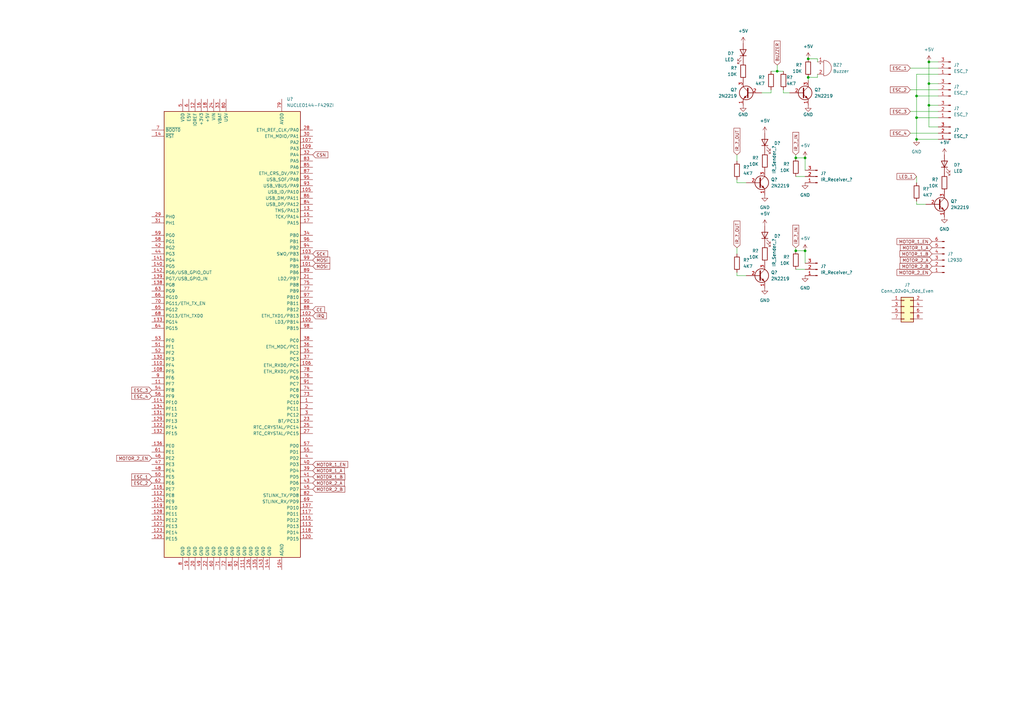
<source format=kicad_sch>
(kicad_sch (version 20211123) (generator eeschema)
  (paper "A3")
  (lib_symbols
    (symbol "Connector:Conn_01x03_Male" (pin_names (offset 1.016) hide)
      (property "Reference" "J" (at 0 5.08 0))
      (property "Value" "Conn_01x03_Male" (at 0 -5.08 0))
      (symbol "Conn_01x03_Male_1_1"
        (polyline (pts (xy 1.27 -2.54) (xy 0.8636 -2.54)) (stroke (width 0.1524)))
        (polyline (pts (xy 1.27 0) (xy 0.8636 0)) (stroke (width 0.1524)))
        (polyline (pts (xy 1.27 2.54) (xy 0.8636 2.54)) (stroke (width 0.1524)))
        (rectangle (start 0.8636 -2.413) (end 0 -2.667) (stroke (width 0.1524)) (fill (type outline)))
        (rectangle (start 0.8636 0.127) (end 0 -0.127) (stroke (width 0.1524)) (fill (type outline)))
        (rectangle (start 0.8636 2.667) (end 0 2.413) (stroke (width 0.1524)) (fill (type outline)))
        (pin passive line (at 5.08 2.54 180) (length 3.81) (name "Pin_1") (number "1"))
        (pin passive line (at 5.08 0 180) (length 3.81) (name "Pin_2") (number "2"))
        (pin passive line (at 5.08 -2.54 180) (length 3.81) (name "Pin_3") (number "3"))
      )
    )
    (symbol "Connector:Conn_01x06_Male" (pin_names (offset 1.016) hide)
      (property "Reference" "J" (at 0 7.62 0))
      (property "Value" "Conn_01x06_Male" (at 0 -10.16 0))
      (symbol "Conn_01x06_Male_1_1"
        (polyline (pts (xy 1.27 -7.62) (xy 0.8636 -7.62)) (stroke (width 0.1524)))
        (polyline (pts (xy 1.27 -5.08) (xy 0.8636 -5.08)) (stroke (width 0.1524)))
        (polyline (pts (xy 1.27 -2.54) (xy 0.8636 -2.54)) (stroke (width 0.1524)))
        (polyline (pts (xy 1.27 0) (xy 0.8636 0)) (stroke (width 0.1524)))
        (polyline (pts (xy 1.27 2.54) (xy 0.8636 2.54)) (stroke (width 0.1524)))
        (polyline (pts (xy 1.27 5.08) (xy 0.8636 5.08)) (stroke (width 0.1524)))
        (rectangle (start 0.8636 -7.493) (end 0 -7.747) (stroke (width 0.1524)) (fill (type outline)))
        (rectangle (start 0.8636 -4.953) (end 0 -5.207) (stroke (width 0.1524)) (fill (type outline)))
        (rectangle (start 0.8636 -2.413) (end 0 -2.667) (stroke (width 0.1524)) (fill (type outline)))
        (rectangle (start 0.8636 0.127) (end 0 -0.127) (stroke (width 0.1524)) (fill (type outline)))
        (rectangle (start 0.8636 2.667) (end 0 2.413) (stroke (width 0.1524)) (fill (type outline)))
        (rectangle (start 0.8636 5.207) (end 0 4.953) (stroke (width 0.1524)) (fill (type outline)))
        (pin passive line (at 5.08 5.08 180) (length 3.81) (name "Pin_1") (number "1"))
        (pin passive line (at 5.08 2.54 180) (length 3.81) (name "Pin_2") (number "2"))
        (pin passive line (at 5.08 0 180) (length 3.81) (name "Pin_3") (number "3"))
        (pin passive line (at 5.08 -2.54 180) (length 3.81) (name "Pin_4") (number "4"))
        (pin passive line (at 5.08 -5.08 180) (length 3.81) (name "Pin_5") (number "5"))
        (pin passive line (at 5.08 -7.62 180) (length 3.81) (name "Pin_6") (number "6"))
      )
    )
    (symbol "Connector_Generic:Conn_02x04_Odd_Even" (pin_names (offset 1.016) hide)
      (property "Reference" "J" (at 1.27 5.08 0))
      (property "Value" "Conn_02x04_Odd_Even" (at 1.27 -7.62 0))
      (symbol "Conn_02x04_Odd_Even_1_1"
        (rectangle (start -1.27 -4.953) (end 0 -5.207) (stroke (width 0.1524)))
        (rectangle (start -1.27 -2.413) (end 0 -2.667) (stroke (width 0.1524)))
        (rectangle (start -1.27 0.127) (end 0 -0.127) (stroke (width 0.1524)))
        (rectangle (start -1.27 2.667) (end 0 2.413) (stroke (width 0.1524)))
        (rectangle (start -1.27 3.81) (end 3.81 -6.35) (stroke (width 0.254)) (fill (type background)))
        (rectangle (start 3.81 -4.953) (end 2.54 -5.207) (stroke (width 0.1524)))
        (rectangle (start 3.81 -2.413) (end 2.54 -2.667) (stroke (width 0.1524)))
        (rectangle (start 3.81 0.127) (end 2.54 -0.127) (stroke (width 0.1524)))
        (rectangle (start 3.81 2.667) (end 2.54 2.413) (stroke (width 0.1524)))
        (pin passive line (at -5.08 2.54 0) (length 3.81) (name "Pin_1") (number "1"))
        (pin passive line (at 7.62 2.54 180) (length 3.81) (name "Pin_2") (number "2"))
        (pin passive line (at -5.08 0 0) (length 3.81) (name "Pin_3") (number "3"))
        (pin passive line (at 7.62 0 180) (length 3.81) (name "Pin_4") (number "4"))
        (pin passive line (at -5.08 -2.54 0) (length 3.81) (name "Pin_5") (number "5"))
        (pin passive line (at 7.62 -2.54 180) (length 3.81) (name "Pin_6") (number "6"))
        (pin passive line (at -5.08 -5.08 0) (length 3.81) (name "Pin_7") (number "7"))
        (pin passive line (at 7.62 -5.08 180) (length 3.81) (name "Pin_8") (number "8"))
      )
    )
    (symbol "Device:Buzzer" (pin_names (offset 0.0254) hide)
      (property "Reference" "BZ" (at 3.81 1.27 0))
      (property "Value" "Buzzer" (at 3.81 -1.27 0))
      (symbol "Buzzer_0_1"
        (arc (start 0 -3.175) (mid 3.175 0) (end 0 3.175))
        (polyline (pts (xy -1.651 1.905) (xy -1.143 1.905)))
        (polyline (pts (xy -1.397 2.159) (xy -1.397 1.651)))
        (polyline (pts (xy 0 3.175) (xy 0 -3.175)))
      )
      (symbol "Buzzer_1_1"
        (pin passive line (at -2.54 2.54 0) (length 2.54) (name "-") (number "1"))
        (pin passive line (at -2.54 -2.54 0) (length 2.54) (name "+") (number "2"))
      )
    )
    (symbol "Device:LED" (pin_numbers hide) (pin_names (offset 1.016) hide)
      (property "Reference" "D" (at 0 2.54 0))
      (property "Value" "LED" (at 0 -2.54 0))
      (symbol "LED_0_1"
        (polyline (pts (xy -1.27 -1.27) (xy -1.27 1.27)) (stroke (width 0.254)))
        (polyline (pts (xy -1.27 0) (xy 1.27 0)))
        (polyline (pts (xy 1.27 -1.27) (xy 1.27 1.27) (xy -1.27 0) (xy 1.27 -1.27)) (stroke (width 0.254)))
        (polyline (pts (xy -3.048 -0.762) (xy -4.572 -2.286) (xy -3.81 -2.286) (xy -4.572 -2.286) (xy -4.572 -1.524)))
        (polyline (pts (xy -1.778 -0.762) (xy -3.302 -2.286) (xy -2.54 -2.286) (xy -3.302 -2.286) (xy -3.302 -1.524)))
      )
      (symbol "LED_1_1"
        (pin passive line (at -3.81 0 0) (length 2.54) (name "K") (number "1"))
        (pin passive line (at 3.81 0 180) (length 2.54) (name "A") (number "2"))
      )
    )
    (symbol "Device:R" (pin_numbers hide) (pin_names (offset 0))
      (property "Reference" "R" (at 2.032 0 90))
      (property "Value" "R" (at 0 0 90))
      (symbol "R_0_1"
        (rectangle (start -1.016 -2.54) (end 1.016 2.54) (stroke (width 0.254)))
      )
      (symbol "R_1_1"
        (pin passive line (at 0 3.81 270) (length 1.27) (name "~") (number "1"))
        (pin passive line (at 0 -3.81 90) (length 1.27) (name "~") (number "2"))
      )
    )
    (symbol "MCU_Module:NUCLEO144-F429ZI"
      (property "Reference" "U" (at -22.86 94.615 0))
      (property "Value" "NUCLEO144-F429ZI" (at -22.86 92.71 0))
      (symbol "NUCLEO144-F429ZI_0_1"
        (rectangle (start -27.94 -91.44) (end 27.94 91.44) (stroke (width 0.254)) (fill (type background)))
      )
      (symbol "NUCLEO144-F429ZI_1_1"
        (pin bidirectional line (at 33.02 -27.94 180) (length 5.08) (name "PC10") (number "1"))
        (pin no_connect line (at -33.02 55.88 0) (length 5.08) hide (name "NC") (number "10"))
        (pin bidirectional line (at 33.02 5.08 180) (length 5.08) (name "LD3/PB14") (number "100"))
        (pin bidirectional line (at 33.02 27.94 180) (length 5.08) (name "PB5") (number "101"))
        (pin bidirectional line (at 33.02 7.62 180) (length 5.08) (name "ETH_TXD1/PB13") (number "102"))
        (pin bidirectional line (at 33.02 33.02 180) (length 5.08) (name "SWO/PB3") (number "103"))
        (pin power_in line (at 20.32 -96.52 90) (length 5.08) (name "AGND") (number "104"))
        (pin bidirectional line (at 33.02 58.42 180) (length 5.08) (name "USB_ID/PA10") (number "105"))
        (pin bidirectional line (at 33.02 -12.7 180) (length 5.08) (name "ETH_RXD0/PC4") (number "106"))
        (pin bidirectional line (at 33.02 78.74 180) (length 5.08) (name "PA2") (number "107"))
        (pin bidirectional line (at -33.02 -15.24 0) (length 5.08) (name "PF5") (number "108"))
        (pin bidirectional line (at 33.02 76.2 180) (length 5.08) (name "PA3") (number "109"))
        (pin bidirectional line (at -33.02 -20.32 0) (length 5.08) (name "PF7") (number "11"))
        (pin bidirectional line (at -33.02 -12.7 0) (length 5.08) (name "PF4") (number "110"))
        (pin power_in line (at 5.08 -96.52 90) (length 5.08) (name "GND") (number "111"))
        (pin bidirectional line (at -33.02 -66.04 0) (length 5.08) (name "PE8") (number "112"))
        (pin bidirectional line (at 33.02 -78.74 180) (length 5.08) (name "PD13") (number "113"))
        (pin bidirectional line (at -33.02 -27.94 0) (length 5.08) (name "PF10") (number "114"))
        (pin bidirectional line (at 33.02 -76.2 180) (length 5.08) (name "PD12") (number "115"))
        (pin bidirectional line (at -33.02 -63.5 0) (length 5.08) (name "PE7") (number "116"))
        (pin bidirectional line (at 33.02 -73.66 180) (length 5.08) (name "PD11") (number "117"))
        (pin bidirectional line (at 33.02 -81.28 180) (length 5.08) (name "PD14") (number "118"))
        (pin bidirectional line (at -33.02 -71.12 0) (length 5.08) (name "PE10") (number "119"))
        (pin power_in line (at -15.24 96.52 270) (length 5.08) (name "IOREF") (number "12"))
        (pin bidirectional line (at 33.02 -83.82 180) (length 5.08) (name "PD15") (number "120"))
        (pin bidirectional line (at -33.02 -76.2 0) (length 5.08) (name "PE12") (number "121"))
        (pin bidirectional line (at -33.02 -38.1 0) (length 5.08) (name "PF14") (number "122"))
        (pin bidirectional line (at -33.02 -81.28 0) (length 5.08) (name "PE14") (number "123"))
        (pin bidirectional line (at -33.02 -68.58 0) (length 5.08) (name "PE9") (number "124"))
        (pin bidirectional line (at -33.02 -83.82 0) (length 5.08) (name "PE15") (number "125"))
        (pin power_in line (at 7.62 -96.52 90) (length 5.08) (name "GND") (number "126"))
        (pin bidirectional line (at -33.02 -78.74 0) (length 5.08) (name "PE13") (number "127"))
        (pin bidirectional line (at -33.02 -73.66 0) (length 5.08) (name "PE11") (number "128"))
        (pin bidirectional line (at -33.02 -35.56 0) (length 5.08) (name "PF13") (number "129"))
        (pin bidirectional line (at 33.02 50.8 180) (length 5.08) (name "TMS/PA13") (number "13"))
        (pin bidirectional line (at -33.02 -10.16 0) (length 5.08) (name "PF3") (number "130"))
        (pin bidirectional line (at -33.02 -33.02 0) (length 5.08) (name "PF12") (number "131"))
        (pin bidirectional line (at -33.02 -40.64 0) (length 5.08) (name "PF15") (number "132"))
        (pin bidirectional line (at -33.02 5.08 0) (length 5.08) (name "PG14") (number "133"))
        (pin bidirectional line (at -33.02 -30.48 0) (length 5.08) (name "PF11") (number "134"))
        (pin power_in line (at 10.16 -96.52 90) (length 5.08) (name "GND") (number "135"))
        (pin bidirectional line (at -33.02 -45.72 0) (length 5.08) (name "PE0") (number "136"))
        (pin bidirectional line (at 33.02 -71.12 180) (length 5.08) (name "PD10") (number "137"))
        (pin bidirectional line (at -33.02 20.32 0) (length 5.08) (name "PG8") (number "138"))
        (pin bidirectional line (at -33.02 22.86 0) (length 5.08) (name "PG7/USB_GPIO_IN") (number "139"))
        (pin input line (at -33.02 81.28 0) (length 5.08) (name "~{RST}") (number "14"))
        (pin bidirectional line (at -33.02 27.94 0) (length 5.08) (name "PG5") (number "140"))
        (pin bidirectional line (at -33.02 30.48 0) (length 5.08) (name "PG4") (number "141"))
        (pin bidirectional line (at -33.02 25.4 0) (length 5.08) (name "PG6/USB_GPIO_OUT") (number "142"))
        (pin power_in line (at 12.7 -96.52 90) (length 5.08) (name "GND") (number "143"))
        (pin power_in line (at 15.24 -96.52 90) (length 5.08) (name "GND") (number "144"))
        (pin bidirectional line (at 33.02 48.26 180) (length 5.08) (name "TCK/PA14") (number "15"))
        (pin power_in line (at -12.7 96.52 270) (length 5.08) (name "+3V3") (number "16"))
        (pin bidirectional line (at 33.02 45.72 180) (length 5.08) (name "PA15") (number "17"))
        (pin power_in line (at -10.16 96.52 270) (length 5.08) (name "+5V") (number "18"))
        (pin power_in line (at -17.78 -96.52 90) (length 5.08) (name "GND") (number "19"))
        (pin bidirectional line (at 33.02 -30.48 180) (length 5.08) (name "PC11") (number "2"))
        (pin power_in line (at -15.24 -96.52 90) (length 5.08) (name "GND") (number "20"))
        (pin bidirectional line (at 33.02 22.86 180) (length 5.08) (name "LD2/PB7") (number "21"))
        (pin power_in line (at -10.16 -96.52 90) (length 5.08) (name "GND") (number "22"))
        (pin bidirectional line (at 33.02 -35.56 180) (length 5.08) (name "BT/PC13") (number "23"))
        (pin power_in line (at -7.62 96.52 270) (length 5.08) (name "VIN") (number "24"))
        (pin bidirectional line (at 33.02 -38.1 180) (length 5.08) (name "RTC_CRYSTAL/PC14") (number "25"))
        (pin no_connect line (at -33.02 58.42 0) (length 5.08) hide (name "NC") (number "26"))
        (pin bidirectional line (at 33.02 -40.64 180) (length 5.08) (name "RTC_CRYSTAL/PC15") (number "27"))
        (pin bidirectional line (at 33.02 83.82 180) (length 5.08) (name "ETH_REF_CLK/PA0") (number "28"))
        (pin bidirectional line (at -33.02 48.26 0) (length 5.08) (name "PH0") (number "29"))
        (pin bidirectional line (at 33.02 -33.02 180) (length 5.08) (name "PC12") (number "3"))
        (pin bidirectional line (at 33.02 81.28 180) (length 5.08) (name "ETH_MDIO/PA1") (number "30"))
        (pin bidirectional line (at -33.02 45.72 0) (length 5.08) (name "PH1") (number "31"))
        (pin bidirectional line (at 33.02 73.66 180) (length 5.08) (name "PA4") (number "32"))
        (pin power_in line (at -5.08 96.52 270) (length 5.08) (name "VBAT") (number "33"))
        (pin bidirectional line (at 33.02 40.64 180) (length 5.08) (name "PB0") (number "34"))
        (pin bidirectional line (at 33.02 -7.62 180) (length 5.08) (name "PC2") (number "35"))
        (pin bidirectional line (at 33.02 -5.08 180) (length 5.08) (name "ETH_MDC/PC1") (number "36"))
        (pin bidirectional line (at 33.02 -10.16 180) (length 5.08) (name "PC3") (number "37"))
        (pin bidirectional line (at 33.02 -2.54 180) (length 5.08) (name "PC0") (number "38"))
        (pin bidirectional line (at 33.02 -55.88 180) (length 5.08) (name "PD4") (number "39"))
        (pin bidirectional line (at 33.02 -50.8 180) (length 5.08) (name "PD2") (number "4"))
        (pin bidirectional line (at 33.02 -53.34 180) (length 5.08) (name "PD3") (number "40"))
        (pin bidirectional line (at 33.02 -58.42 180) (length 5.08) (name "PD5") (number "41"))
        (pin bidirectional line (at -33.02 35.56 0) (length 5.08) (name "PG2") (number "42"))
        (pin bidirectional line (at 33.02 -60.96 180) (length 5.08) (name "PD6") (number "43"))
        (pin bidirectional line (at -33.02 33.02 0) (length 5.08) (name "PG3") (number "44"))
        (pin bidirectional line (at 33.02 -63.5 180) (length 5.08) (name "PD7") (number "45"))
        (pin bidirectional line (at -33.02 -50.8 0) (length 5.08) (name "PE2") (number "46"))
        (pin bidirectional line (at -33.02 -53.34 0) (length 5.08) (name "PE3") (number "47"))
        (pin bidirectional line (at -33.02 -55.88 0) (length 5.08) (name "PE4") (number "48"))
        (pin power_in line (at -12.7 -96.52 90) (length 5.08) (name "GND") (number "49"))
        (pin power_in line (at -20.32 96.52 270) (length 5.08) (name "VDD") (number "5"))
        (pin bidirectional line (at -33.02 -58.42 0) (length 5.08) (name "PE5") (number "50"))
        (pin bidirectional line (at -33.02 -5.08 0) (length 5.08) (name "PF1") (number "51"))
        (pin bidirectional line (at -33.02 -7.62 0) (length 5.08) (name "PF2") (number "52"))
        (pin bidirectional line (at -33.02 -2.54 0) (length 5.08) (name "PF0") (number "53"))
        (pin bidirectional line (at -33.02 -22.86 0) (length 5.08) (name "PF8") (number "54"))
        (pin bidirectional line (at 33.02 -48.26 180) (length 5.08) (name "PD1") (number "55"))
        (pin bidirectional line (at -33.02 -25.4 0) (length 5.08) (name "PF9") (number "56"))
        (pin bidirectional line (at 33.02 -45.72 180) (length 5.08) (name "PD0") (number "57"))
        (pin bidirectional line (at -33.02 38.1 0) (length 5.08) (name "PG1") (number "58"))
        (pin bidirectional line (at -33.02 40.64 0) (length 5.08) (name "PG0") (number "59"))
        (pin power_in line (at -17.78 96.52 270) (length 5.08) (name "E5V") (number "6"))
        (pin power_in line (at -7.62 -96.52 90) (length 5.08) (name "GND") (number "60"))
        (pin bidirectional line (at -33.02 -48.26 0) (length 5.08) (name "PE1") (number "61"))
        (pin bidirectional line (at -33.02 -60.96 0) (length 5.08) (name "PE6") (number "62"))
        (pin bidirectional line (at -33.02 17.78 0) (length 5.08) (name "PG9") (number "63"))
        (pin bidirectional line (at -33.02 2.54 0) (length 5.08) (name "PG15") (number "64"))
        (pin bidirectional line (at -33.02 10.16 0) (length 5.08) (name "PG12") (number "65"))
        (pin bidirectional line (at -33.02 15.24 0) (length 5.08) (name "PG10") (number "66"))
        (pin no_connect line (at -33.02 53.34 0) (length 5.08) hide (name "NC") (number "67"))
        (pin bidirectional line (at -33.02 7.62 0) (length 5.08) (name "PG13/ETH_TXD0") (number "68"))
        (pin bidirectional line (at 33.02 -68.58 180) (length 5.08) (name "STLINK_RX/PD9") (number "69"))
        (pin input line (at -33.02 83.82 0) (length 5.08) (name "~{BOOT0}") (number "7"))
        (pin bidirectional line (at -33.02 12.7 0) (length 5.08) (name "PG11/ETH_TX_EN") (number "70"))
        (pin power_in line (at -5.08 -96.52 90) (length 5.08) (name "GND") (number "71"))
        (pin power_in line (at -2.54 -96.52 90) (length 5.08) (name "GND") (number "72"))
        (pin bidirectional line (at 33.02 -25.4 180) (length 5.08) (name "PC9") (number "73"))
        (pin bidirectional line (at 33.02 -22.86 180) (length 5.08) (name "PC8") (number "74"))
        (pin bidirectional line (at 33.02 20.32 180) (length 5.08) (name "PB8") (number "75"))
        (pin bidirectional line (at 33.02 -17.78 180) (length 5.08) (name "PC6") (number "76"))
        (pin bidirectional line (at 33.02 17.78 180) (length 5.08) (name "PB9") (number "77"))
        (pin bidirectional line (at 33.02 -15.24 180) (length 5.08) (name "ETH_RXD1/PC5") (number "78"))
        (pin power_in line (at 20.32 96.52 270) (length 5.08) (name "AVDD") (number "79"))
        (pin power_in line (at -20.32 -96.52 90) (length 5.08) (name "GND") (number "8"))
        (pin power_in line (at -2.54 96.52 270) (length 5.08) (name "U5V") (number "80"))
        (pin power_in line (at 0 -96.52 90) (length 5.08) (name "GND") (number "81"))
        (pin bidirectional line (at 33.02 -66.04 180) (length 5.08) (name "STLINK_TX/PD8") (number "82"))
        (pin bidirectional line (at 33.02 71.12 180) (length 5.08) (name "PA5") (number "83"))
        (pin bidirectional line (at 33.02 53.34 180) (length 5.08) (name "USB_DP/PA12") (number "84"))
        (pin bidirectional line (at 33.02 68.58 180) (length 5.08) (name "PA6") (number "85"))
        (pin bidirectional line (at 33.02 55.88 180) (length 5.08) (name "USB_DM/PA11") (number "86"))
        (pin bidirectional line (at 33.02 66.04 180) (length 5.08) (name "ETH_CRS_DV/PA7") (number "87"))
        (pin bidirectional line (at 33.02 10.16 180) (length 5.08) (name "PB12") (number "88"))
        (pin bidirectional line (at 33.02 25.4 180) (length 5.08) (name "PB6") (number "89"))
        (pin bidirectional line (at -33.02 -17.78 0) (length 5.08) (name "PF6") (number "9"))
        (pin bidirectional line (at 33.02 12.7 180) (length 5.08) (name "PB11") (number "90"))
        (pin bidirectional line (at 33.02 -20.32 180) (length 5.08) (name "PC7") (number "91"))
        (pin power_in line (at 2.54 -96.52 90) (length 5.08) (name "GND") (number "92"))
        (pin bidirectional line (at 33.02 60.96 180) (length 5.08) (name "USB_VBUS/PA9") (number "93"))
        (pin bidirectional line (at 33.02 35.56 180) (length 5.08) (name "PB2") (number "94"))
        (pin bidirectional line (at 33.02 63.5 180) (length 5.08) (name "USB_SOF/PA8") (number "95"))
        (pin bidirectional line (at 33.02 38.1 180) (length 5.08) (name "PB1") (number "96"))
        (pin bidirectional line (at 33.02 15.24 180) (length 5.08) (name "PB10") (number "97"))
        (pin bidirectional line (at 33.02 2.54 180) (length 5.08) (name "PB15") (number "98"))
        (pin bidirectional line (at 33.02 30.48 180) (length 5.08) (name "PB4") (number "99"))
      )
    )
    (symbol "Transistor_BJT:2N2219" (pin_names (offset 0) hide)
      (property "Reference" "Q" (at 5.08 1.905 0))
      (property "Value" "2N2219" (at 5.08 0 0))
      (symbol "2N2219_0_1"
        (polyline (pts (xy 0.635 0.635) (xy 2.54 2.54)))
        (polyline (pts (xy 0.635 -0.635) (xy 2.54 -2.54) (xy 2.54 -2.54)))
        (polyline (pts (xy 0.635 1.905) (xy 0.635 -1.905) (xy 0.635 -1.905)) (stroke (width 0.508)))
        (polyline (pts (xy 1.27 -1.778) (xy 1.778 -1.27) (xy 2.286 -2.286) (xy 1.27 -1.778) (xy 1.27 -1.778)) (fill (type outline)))
        (circle (center 1.27 0) (radius 2.8194) (stroke (width 0.254)))
      )
      (symbol "2N2219_1_1"
        (pin passive line (at 2.54 -5.08 90) (length 2.54) (name "E") (number "1"))
        (pin passive line (at -5.08 0 0) (length 5.715) (name "B") (number "2"))
        (pin passive line (at 2.54 5.08 270) (length 2.54) (name "C") (number "3"))
      )
    )
    (symbol "power:+5V" (power) (pin_names (offset 0))
      (property "Value" "+5V" (at 0 3.556 0))
      (symbol "+5V_0_1"
        (polyline (pts (xy -0.762 1.27) (xy 0 2.54)))
        (polyline (pts (xy 0 0) (xy 0 2.54)))
        (polyline (pts (xy 0 2.54) (xy 0.762 1.27)))
      )
      (symbol "+5V_1_1"
        (pin power_in line (at 0 0 90) (length 0) hide (name "+5V") (number "1"))
      )
    )
    (symbol "power:GND" (power) (pin_names (offset 0))
      (property "Value" "GND" (at 0 -3.81 0))
      (symbol "GND_0_1"
        (polyline (pts (xy 0 0) (xy 0 -1.27) (xy 1.27 -1.27) (xy 0 -2.54) (xy -1.27 -1.27) (xy 0 -1.27)))
      )
      (symbol "GND_1_1"
        (pin power_in line (at 0 0 270) (length 0) hide (name "GND") (number "1"))
      )
    )
  )
  (junction (at 326.39 64.77))
  (junction (at 375.92 48.26))
  (junction (at 330.2 102.87))
  (junction (at 326.39 102.87))
  (junction (at 318.77 29.21))
  (junction (at 375.92 39.37))
  (junction (at 381 43.18))
  (junction (at 331.47 31.75))
  (junction (at 331.47 24.13))
  (junction (at 381 34.29))
  (junction (at 375.92 57.15))
  (junction (at 381 25.4))
  (junction (at 330.2 64.77))
  (wire (pts (xy 318.77 26.67) (xy 318.77 29.21)))
  (wire (pts (xy 375.92 83.82) (xy 379.73 83.82)))
  (wire (pts (xy 316.23 38.1) (xy 312.42 38.1)))
  (wire (pts (xy 316.23 29.21) (xy 318.77 29.21)))
  (wire (pts (xy 330.2 64.77) (xy 330.2 69.85)))
  (wire (pts (xy 384.81 39.37) (xy 375.92 39.37)))
  (wire (pts (xy 302.26 101.6) (xy 302.26 104.14)))
  (wire (pts (xy 384.81 34.29) (xy 381 34.29)))
  (wire (pts (xy 375.92 48.26) (xy 375.92 57.15)))
  (wire (pts (xy 381 25.4) (xy 384.81 25.4)))
  (wire (pts (xy 302.26 63.5) (xy 302.26 66.04)))
  (wire (pts (xy 375.92 39.37) (xy 375.92 48.26)))
  (wire (pts (xy 326.39 102.87) (xy 330.2 102.87)))
  (wire (pts (xy 375.92 30.48) (xy 375.92 39.37)))
  (wire (pts (xy 381 43.18) (xy 381 34.29)))
  (wire (pts (xy 381 34.29) (xy 381 25.4)))
  (wire (pts (xy 375.92 82.55) (xy 375.92 83.82)))
  (wire (pts (xy 302.26 73.66) (xy 302.26 74.93)))
  (wire (pts (xy 375.92 72.39) (xy 375.92 74.93)))
  (wire (pts (xy 321.31 36.83) (xy 321.31 38.1)))
  (wire (pts (xy 373.38 27.94) (xy 384.81 27.94)))
  (wire (pts (xy 302.26 111.76) (xy 302.26 113.03)))
  (wire (pts (xy 335.28 25.4) (xy 335.28 24.13)))
  (wire (pts (xy 326.39 101.6) (xy 326.39 102.87)))
  (wire (pts (xy 326.39 72.39) (xy 330.2 72.39)))
  (wire (pts (xy 373.38 36.83) (xy 384.81 36.83)))
  (wire (pts (xy 331.47 31.75) (xy 331.47 33.02)))
  (wire (pts (xy 384.81 30.48) (xy 375.92 30.48)))
  (wire (pts (xy 316.23 36.83) (xy 316.23 38.1)))
  (wire (pts (xy 375.92 57.15) (xy 384.81 57.15)))
  (wire (pts (xy 326.39 110.49) (xy 330.2 110.49)))
  (wire (pts (xy 302.26 113.03) (xy 306.07 113.03)))
  (wire (pts (xy 302.26 74.93) (xy 306.07 74.93)))
  (wire (pts (xy 331.47 31.75) (xy 335.28 31.75)))
  (wire (pts (xy 321.31 38.1) (xy 323.85 38.1)))
  (wire (pts (xy 326.39 64.77) (xy 330.2 64.77)))
  (wire (pts (xy 318.77 29.21) (xy 321.31 29.21)))
  (wire (pts (xy 384.81 43.18) (xy 381 43.18)))
  (wire (pts (xy 384.81 48.26) (xy 375.92 48.26)))
  (wire (pts (xy 330.2 102.87) (xy 330.2 107.95)))
  (wire (pts (xy 373.38 54.61) (xy 384.81 54.61)))
  (wire (pts (xy 331.47 24.13) (xy 335.28 24.13)))
  (wire (pts (xy 381 52.07) (xy 381 43.18)))
  (wire (pts (xy 384.81 52.07) (xy 381 52.07)))
  (wire (pts (xy 326.39 63.5) (xy 326.39 64.77)))
  (wire (pts (xy 335.28 30.48) (xy 335.28 31.75)))
  (wire (pts (xy 373.38 45.72) (xy 384.81 45.72)))
  (global_label "MOTOR_2_B" (shape input) (at 382.27 109.22 180) (property "Intersheet References" "${INTERSHEET_REFS}" (effects hide)))
  (global_label "ESC_4" (shape input) (at 62.23 162.56 180) (property "Intersheet References" "${INTERSHEET_REFS}" (effects hide)))
  (global_label "MOTOR_1_EN" (shape input) (at 128.27 190.5 0) (property "Intersheet References" "${INTERSHEET_REFS}" (effects hide)))
  (global_label "MOTOR_2_A" (shape input) (at 382.27 106.68 180) (property "Intersheet References" "${INTERSHEET_REFS}" (effects hide)))
  (global_label "MOSI" (shape input) (at 128.27 106.68 0) (property "Intersheet References" "${INTERSHEET_REFS}" (effects hide)))
  (global_label "MOTOR_1_B" (shape input) (at 128.27 195.58 0) (property "Intersheet References" "${INTERSHEET_REFS}" (effects hide)))
  (global_label "CE" (shape input) (at 128.27 127 0) (property "Intersheet References" "${INTERSHEET_REFS}" (effects hide)))
  (global_label "MOTOR_1_A" (shape input) (at 382.27 101.6 180) (property "Intersheet References" "${INTERSHEET_REFS}" (effects hide)))
  (global_label "IR_?_OUT" (shape input) (at 302.26 101.6 90) (property "Intersheet References" "${INTERSHEET_REFS}" (effects hide)))
  (global_label "IR_?_IN" (shape input) (at 326.39 101.6 90) (property "Intersheet References" "${INTERSHEET_REFS}" (effects hide)))
  (global_label "IR_?_IN" (shape input) (at 326.39 63.5 90) (property "Intersheet References" "${INTERSHEET_REFS}" (effects hide)))
  (global_label "ESC_1" (shape input) (at 373.38 27.94 180) (property "Intersheet References" "${INTERSHEET_REFS}" (effects hide)))
  (global_label "MOTOR_2_EN" (shape input) (at 62.23 187.96 180) (property "Intersheet References" "${INTERSHEET_REFS}" (effects hide)))
  (global_label "ESC_2" (shape input) (at 373.38 36.83 180) (property "Intersheet References" "${INTERSHEET_REFS}" (effects hide)))
  (global_label "MOSI" (shape input) (at 128.27 109.22 0) (property "Intersheet References" "${INTERSHEET_REFS}" (effects hide)))
  (global_label "MOTOR_1_EN" (shape input) (at 382.27 99.06 180) (property "Intersheet References" "${INTERSHEET_REFS}" (effects hide)))
  (global_label "MOTOR_2_B" (shape input) (at 128.27 200.66 0) (property "Intersheet References" "${INTERSHEET_REFS}" (effects hide)))
  (global_label "MOTOR_2_A" (shape input) (at 128.27 198.12 0) (property "Intersheet References" "${INTERSHEET_REFS}" (effects hide)))
  (global_label "CSN" (shape input) (at 128.27 63.5 0) (property "Intersheet References" "${INTERSHEET_REFS}" (effects hide)))
  (global_label "MOTOR_1_A" (shape input) (at 128.27 193.04 0) (property "Intersheet References" "${INTERSHEET_REFS}" (effects hide)))
  (global_label "ESC_4" (shape input) (at 373.38 54.61 180) (property "Intersheet References" "${INTERSHEET_REFS}" (effects hide)))
  (global_label "IRQ" (shape input) (at 128.27 129.54 0) (property "Intersheet References" "${INTERSHEET_REFS}" (effects hide)))
  (global_label "MOTOR_1_B" (shape input) (at 382.27 104.14 180) (property "Intersheet References" "${INTERSHEET_REFS}" (effects hide)))
  (global_label "SCK" (shape input) (at 128.27 104.14 0) (property "Intersheet References" "${INTERSHEET_REFS}" (effects hide)))
  (global_label "ESC_3" (shape input) (at 373.38 45.72 180) (property "Intersheet References" "${INTERSHEET_REFS}" (effects hide)))
  (global_label "IR_?_OUT" (shape input) (at 302.26 63.5 90) (property "Intersheet References" "${INTERSHEET_REFS}" (effects hide)))
  (global_label "BUZZER" (shape input) (at 318.77 26.67 90) (property "Intersheet References" "${INTERSHEET_REFS}" (effects hide)))
  (global_label "LED_1" (shape input) (at 375.92 72.39 180) (property "Intersheet References" "${INTERSHEET_REFS}" (effects hide)))
  (global_label "ESC_1" (shape input) (at 62.23 195.58 180) (property "Intersheet References" "${INTERSHEET_REFS}" (effects hide)))
  (global_label "ESC_2" (shape input) (at 62.23 198.12 180) (property "Intersheet References" "${INTERSHEET_REFS}" (effects hide)))
  (global_label "MOTOR_2_EN" (shape input) (at 382.27 111.76 180) (property "Intersheet References" "${INTERSHEET_REFS}" (effects hide)))
  (global_label "ESC_3" (shape input) (at 62.23 160.02 180) (property "Intersheet References" "${INTERSHEET_REFS}" (effects hide)))
  (symbol (lib_id "Device:LED") (at 313.69 96.52 90) (unit 1)
    (property "Reference" "D?" (at 317.5 96.8374 90) (effects (justify right)))
    (property "Value" "IR_Sender_?" (at 317.5 97.79 0) (effects (justify right)))
  )
  (symbol (lib_id "Device:R") (at 321.31 33.02 0) (unit 1)
    (property "Reference" "R?" (at 322.58 31.75 0) (effects (justify left)))
    (property "Value" "4K7" (at 322.58 34.29 0) (effects (justify left)))
  )
  (symbol (lib_id "power:GND") (at 304.8 43.18 0) (mirror y) (unit 1)
    (property "Reference" "#PWR?" (effects hide))
    (property "Value" "GND" (at 304.8 46.99 0))
  )
  (symbol (lib_id "Device:LED") (at 304.8 21.59 270) (mirror x) (unit 1)
    (property "Reference" "D?" (at 300.99 21.9074 90) (effects (justify right)))
    (property "Value" "LED" (at 300.99 24.4474 90) (effects (justify right)))
  )
  (symbol (lib_id "power:GND") (at 331.47 43.18 0) (mirror y) (unit 1)
    (property "Reference" "#PWR?" (effects hide))
    (property "Value" "GND" (at 331.47 46.99 0))
  )
  (symbol (lib_id "Device:R") (at 316.23 33.02 0) (mirror y) (unit 1)
    (property "Reference" "R?" (at 313.69 31.7499 0) (effects (justify left)))
    (property "Value" "4K7" (at 313.69 34.2899 0) (effects (justify left)))
  )
  (symbol (lib_id "Device:R") (at 313.69 66.04 0) (mirror y) (unit 1)
    (property "Reference" "R?" (at 311.15 64.77 0) (effects (justify left)))
    (property "Value" "10K" (at 311.15 67.31 0) (effects (justify left)))
  )
  (symbol (lib_id "Device:R") (at 326.39 68.58 0) (mirror y) (unit 1)
    (property "Reference" "R?" (at 323.85 67.31 0) (effects (justify left)))
    (property "Value" "10K" (at 323.85 69.85 0) (effects (justify left)))
  )
  (symbol (lib_id "Device:R") (at 331.47 27.94 0) (mirror y) (unit 1)
    (property "Reference" "R?" (at 328.93 26.67 0) (effects (justify left)))
    (property "Value" "10K" (at 328.93 29.21 0) (effects (justify left)))
  )
  (symbol (lib_id "Connector:Conn_01x03_Male") (at 335.28 72.39 180) (unit 1)
    (property "Reference" "J?" (at 336.55 71.1199 0) (effects (justify right)))
    (property "Value" "IR_Receiver_?" (at 336.55 73.6599 0) (effects (justify right)))
  )
  (symbol (lib_id "Device:LED") (at 387.35 67.31 90) (unit 1)
    (property "Reference" "D?" (at 391.16 67.6274 90) (effects (justify right)))
    (property "Value" "LED" (at 391.16 70.1674 90) (effects (justify right)))
  )
  (symbol (lib_id "power:+5V") (at 387.35 63.5 0) (unit 1)
    (property "Reference" "#PWR?" (effects hide))
    (property "Value" "+5V" (at 387.35 58.42 0))
  )
  (symbol (lib_id "Device:R") (at 326.39 106.68 0) (mirror y) (unit 1)
    (property "Reference" "R?" (at 323.85 105.41 0) (effects (justify left)))
    (property "Value" "10K" (at 323.85 107.95 0) (effects (justify left)))
  )
  (symbol (lib_id "Transistor_BJT:2N2219") (at 307.34 38.1 0) (mirror y) (unit 1)
    (property "Reference" "Q?" (at 302.26 36.8299 0) (effects (justify left)))
    (property "Value" "2N2219" (at 302.26 39.3699 0) (effects (justify left)))
    (property "Footprint" "Package_TO_SOT_THT:TO-39-3" (effects hide))
    (property "Datasheet" "http://www.onsemi.com/pub_link/Collateral/2N2219-D.PDF" (effects hide))
  )
  (symbol (lib_id "power:+5V") (at 313.69 54.61 0) (unit 1)
    (property "Reference" "#PWR?" (effects hide))
    (property "Value" "+5V" (at 313.69 49.53 0))
  )
  (symbol (lib_id "Transistor_BJT:2N2219") (at 311.15 74.93 0) (unit 1)
    (property "Reference" "Q?" (at 316.23 73.6599 0) (effects (justify left)))
    (property "Value" "2N2219" (at 316.23 76.1999 0) (effects (justify left)))
    (property "Footprint" "Package_TO_SOT_THT:TO-39-3" (effects hide))
    (property "Datasheet" "http://www.onsemi.com/pub_link/Collateral/2N2219-D.PDF" (effects hide))
  )
  (symbol (lib_id "Transistor_BJT:2N2219") (at 384.81 83.82 0) (unit 1)
    (property "Reference" "Q?" (at 389.89 82.5499 0) (effects (justify left)))
    (property "Value" "2N2219" (at 389.89 85.0899 0) (effects (justify left)))
    (property "Footprint" "Package_TO_SOT_THT:TO-39-3" (effects hide))
    (property "Datasheet" "http://www.onsemi.com/pub_link/Collateral/2N2219-D.PDF" (effects hide))
  )
  (symbol (lib_id "Device:Buzzer") (at 337.82 27.94 0) (unit 1)
    (property "Reference" "BZ?" (at 341.63 26.6699 0) (effects (justify left)))
    (property "Value" "Buzzer" (at 341.63 29.2099 0) (effects (justify left)))
  )
  (symbol (lib_id "power:+5V") (at 330.2 64.77 0) (unit 1)
    (property "Reference" "#PWR?" (effects hide))
    (property "Value" "+5V" (at 330.2 59.69 0))
  )
  (symbol (lib_id "power:GND") (at 387.35 88.9 0) (unit 1)
    (property "Reference" "#PWR?" (effects hide))
    (property "Value" "GND" (at 387.35 93.98 0))
  )
  (symbol (lib_id "power:+5V") (at 331.47 24.13 0) (unit 1)
    (property "Reference" "#PWR?" (effects hide))
    (property "Value" "+5V" (at 331.47 19.05 0))
  )
  (symbol (lib_id "power:+5V") (at 304.8 17.78 0) (unit 1)
    (property "Reference" "#PWR?" (effects hide))
    (property "Value" "+5V" (at 304.8 12.7 0))
  )
  (symbol (lib_id "Device:R") (at 302.26 107.95 0) (unit 1)
    (property "Reference" "R?" (at 304.8 106.6799 0) (effects (justify left)))
    (property "Value" "4K7" (at 304.8 109.2199 0) (effects (justify left)))
  )
  (symbol (lib_id "Connector_Generic:Conn_02x04_Odd_Even") (at 370.84 125.73 0) (unit 1)
    (property "Reference" "J?" (at 372.11 116.84 0))
    (property "Value" "Conn_02x04_Odd_Even" (at 372.11 119.38 0))
  )
  (symbol (lib_id "Device:LED") (at 313.69 58.42 90) (unit 1)
    (property "Reference" "D?" (at 317.5 58.7374 90) (effects (justify right)))
    (property "Value" "IR_Sender_?" (at 317.5 59.69 0) (effects (justify right)))
  )
  (symbol (lib_id "power:+5V") (at 381 25.4 0) (unit 1)
    (property "Reference" "#PWR?" (effects hide))
    (property "Value" "+5V" (at 381 20.32 0))
  )
  (symbol (lib_id "MCU_Module:NUCLEO144-F429ZI") (at 95.25 137.16 0) (unit 1)
    (property "Reference" "U?" (at 117.5894 40.64 0) (effects (justify left)))
    (property "Value" "NUCLEO144-F429ZI" (at 117.5894 43.18 0) (effects (justify left)))
    (property "Footprint" "Module:ST_Morpho_Connector_144_STLink" (effects hide))
    (property "Datasheet" "http://www.st.com/content/ccc/resource/technical/document/data_brief/group0/7b/df/1d/e9/64/55/43/8d/DM00247910/files/DM00247910.pdf/jcr:content/translations/en.DM00247910.pdf" (effects hide))
  )
  (symbol (lib_id "Device:R") (at 387.35 74.93 0) (mirror y) (unit 1)
    (property "Reference" "R?" (at 384.81 73.66 0) (effects (justify left)))
    (property "Value" "10K" (at 384.81 76.2 0) (effects (justify left)))
  )
  (symbol (lib_id "power:+5V") (at 313.69 92.71 0) (unit 1)
    (property "Reference" "#PWR?" (effects hide))
    (property "Value" "+5V" (at 313.69 87.63 0))
  )
  (symbol (lib_id "power:GND") (at 330.2 74.93 0) (unit 1)
    (property "Reference" "#PWR?" (effects hide))
    (property "Value" "GND" (at 330.2 80.01 0))
  )
  (symbol (lib_id "power:GND") (at 375.92 57.15 0) (unit 1)
    (property "Reference" "#PWR?" (effects hide))
    (property "Value" "GND" (at 375.92 62.23 0))
  )
  (symbol (lib_id "Connector:Conn_01x03_Male") (at 335.28 110.49 180) (unit 1)
    (property "Reference" "J?" (at 336.55 109.2199 0) (effects (justify right)))
    (property "Value" "IR_Receiver_?" (at 336.55 111.7599 0) (effects (justify right)))
  )
  (symbol (lib_id "Device:R") (at 302.26 69.85 0) (unit 1)
    (property "Reference" "R?" (at 304.8 68.5799 0) (effects (justify left)))
    (property "Value" "4K7" (at 304.8 71.1199 0) (effects (justify left)))
  )
  (symbol (lib_id "Connector:Conn_01x06_Male") (at 387.35 106.68 180) (unit 1)
    (property "Reference" "J?" (at 388.62 104.1399 0) (effects (justify right)))
    (property "Value" "L293D" (at 388.62 106.6799 0) (effects (justify right)))
  )
  (symbol (lib_id "Device:R") (at 304.8 29.21 0) (mirror y) (unit 1)
    (property "Reference" "R?" (at 302.26 27.94 0) (effects (justify left)))
    (property "Value" "10K" (at 302.26 30.48 0) (effects (justify left)))
  )
  (symbol (lib_id "Transistor_BJT:2N2219") (at 328.93 38.1 0) (unit 1)
    (property "Reference" "Q?" (at 334.01 36.8299 0) (effects (justify left)))
    (property "Value" "2N2219" (at 334.01 39.3699 0) (effects (justify left)))
    (property "Footprint" "Package_TO_SOT_THT:TO-39-3" (effects hide))
    (property "Datasheet" "http://www.onsemi.com/pub_link/Collateral/2N2219-D.PDF" (effects hide))
  )
  (symbol (lib_id "Connector:Conn_01x03_Male") (at 389.89 54.61 180) (unit 1)
    (property "Reference" "J?" (at 391.16 53.3399 0) (effects (justify right)))
    (property "Value" "ESC_?" (at 391.16 55.8799 0) (effects (justify right)))
  )
  (symbol (lib_id "Device:R") (at 313.69 104.14 0) (mirror y) (unit 1)
    (property "Reference" "R?" (at 311.15 102.87 0) (effects (justify left)))
    (property "Value" "10K" (at 311.15 105.41 0) (effects (justify left)))
  )
  (symbol (lib_id "Connector:Conn_01x03_Male") (at 389.89 36.83 180) (unit 1)
    (property "Reference" "J?" (at 391.16 35.5599 0) (effects (justify right)))
    (property "Value" "ESC_?" (at 391.16 38.0999 0) (effects (justify right)))
  )
  (symbol (lib_id "Connector:Conn_01x03_Male") (at 389.89 45.72 180) (unit 1)
    (property "Reference" "J?" (at 391.16 44.4499 0) (effects (justify right)))
    (property "Value" "ESC_?" (at 391.16 46.9899 0) (effects (justify right)))
  )
  (symbol (lib_id "power:GND") (at 313.69 80.01 0) (unit 1)
    (property "Reference" "#PWR?" (effects hide))
    (property "Value" "GND" (at 313.69 85.09 0))
  )
  (symbol (lib_id "Device:R") (at 375.92 78.74 0) (unit 1)
    (property "Reference" "R?" (at 378.46 77.4699 0) (effects (justify left)))
    (property "Value" "4K7" (at 378.46 80.0099 0) (effects (justify left)))
  )
  (symbol (lib_id "power:GND") (at 330.2 113.03 0) (unit 1)
    (property "Reference" "#PWR?" (effects hide))
    (property "Value" "GND" (at 330.2 118.11 0))
  )
  (symbol (lib_id "Connector:Conn_01x03_Male") (at 389.89 27.94 180) (unit 1)
    (property "Reference" "J?" (at 391.16 26.6699 0) (effects (justify right)))
    (property "Value" "ESC_?" (at 391.16 29.2099 0) (effects (justify right)))
  )
  (symbol (lib_id "power:GND") (at 313.69 118.11 0) (unit 1)
    (property "Reference" "#PWR?" (effects hide))
    (property "Value" "GND" (at 313.69 123.19 0))
  )
  (symbol (lib_id "power:+5V") (at 330.2 102.87 0) (unit 1)
    (property "Reference" "#PWR?" (effects hide))
    (property "Value" "+5V" (at 330.2 97.79 0))
  )
  (symbol (lib_id "Transistor_BJT:2N2219") (at 311.15 113.03 0) (unit 1)
    (property "Reference" "Q?" (at 316.23 111.7599 0) (effects (justify left)))
    (property "Value" "2N2219" (at 316.23 114.2999 0) (effects (justify left)))
    (property "Footprint" "Package_TO_SOT_THT:TO-39-3" (effects hide))
    (property "Datasheet" "http://www.onsemi.com/pub_link/Collateral/2N2219-D.PDF" (effects hide))
  )
)
</source>
